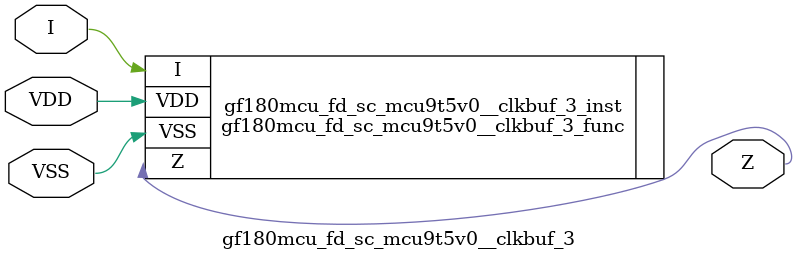
<source format=v>

module gf180mcu_fd_sc_mcu9t5v0__clkbuf_3( I, Z, VDD, VSS );
input I;
inout VDD, VSS;
output Z;

   `ifdef FUNCTIONAL  //  functional //

	gf180mcu_fd_sc_mcu9t5v0__clkbuf_3_func gf180mcu_fd_sc_mcu9t5v0__clkbuf_3_behav_inst(.I(I),.Z(Z),.VDD(VDD),.VSS(VSS));

   `else

	gf180mcu_fd_sc_mcu9t5v0__clkbuf_3_func gf180mcu_fd_sc_mcu9t5v0__clkbuf_3_inst(.I(I),.Z(Z),.VDD(VDD),.VSS(VSS));

	// spec_gates_begin


	// spec_gates_end



   specify

	// specify_block_begin

	// comb arc I --> Z
	 (I => Z) = (1.0,1.0);

	// specify_block_end

   endspecify

   `endif

endmodule

</source>
